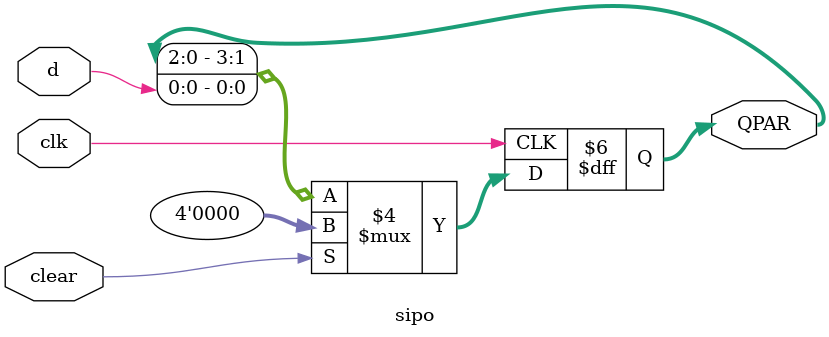
<source format=v>
`timescale 1ns / 1ps


module sipo(
    input clk,
    input clear,
    input d,                     // serial input
    output reg [3:0] QPAR = 0    // parallel output
    );
    
    always @(posedge clk) begin
        if(clear) begin QPAR <= 0; end
        else begin
             QPAR <= { QPAR[2:0], d };
        end
    end
endmodule

</source>
